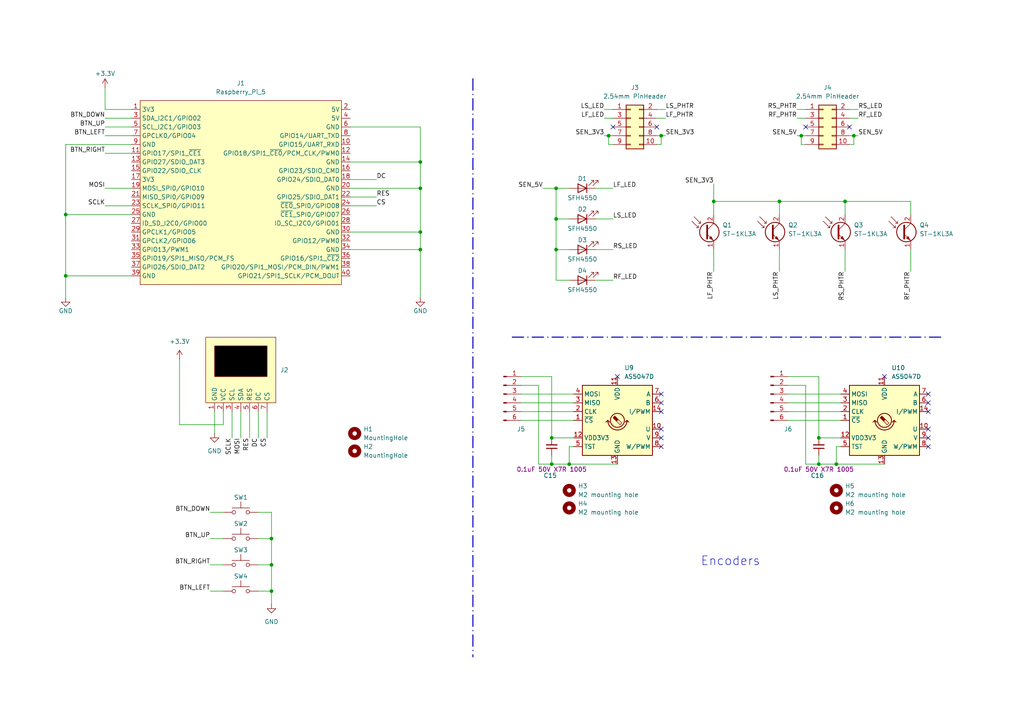
<source format=kicad_sch>
(kicad_sch (version 20250114) (generator "eeschema") (generator_version "9.0")
  (paper "A4")
  (lib_symbols
    (symbol "Connector:Conn_01x06_Male" (pin_names (offset 1.016) (hide yes))
      (property "Reference" "J" (at 0 7.62 0))
      (property "Value" "Conn_01x06_Male" (at 0 -10.16 0))
      (symbol "Conn_01x06_Male_1_1"
        (rectangle (start 0.8636 5.207) (end 0 4.953) (stroke (width 0.1524)) (fill (type outline)))
        (rectangle (start 0.8636 2.667) (end 0 2.413) (stroke (width 0.1524)) (fill (type outline)))
        (rectangle (start 0.8636 0.127) (end 0 -0.127) (stroke (width 0.1524)) (fill (type outline)))
        (rectangle (start 0.8636 -2.413) (end 0 -2.667) (stroke (width 0.1524)) (fill (type outline)))
        (rectangle (start 0.8636 -4.953) (end 0 -5.207) (stroke (width 0.1524)) (fill (type outline)))
        (rectangle (start 0.8636 -7.493) (end 0 -7.747) (stroke (width 0.1524)) (fill (type outline)))
        (polyline (pts (xy 1.27 5.08) (xy 0.8636 5.08)) (stroke (width 0.1524)))
        (polyline (pts (xy 1.27 2.54) (xy 0.8636 2.54)) (stroke (width 0.1524)))
        (polyline (pts (xy 1.27 0) (xy 0.8636 0)) (stroke (width 0.1524)))
        (polyline (pts (xy 1.27 -2.54) (xy 0.8636 -2.54)) (stroke (width 0.1524)))
        (polyline (pts (xy 1.27 -5.08) (xy 0.8636 -5.08)) (stroke (width 0.1524)))
        (polyline (pts (xy 1.27 -7.62) (xy 0.8636 -7.62)) (stroke (width 0.1524)))
        (pin passive line (at 5.08 5.08 180) (length 3.81) (name "Pin_1") (number "1"))
        (pin passive line (at 5.08 2.54 180) (length 3.81) (name "Pin_2") (number "2"))
        (pin passive line (at 5.08 0 180) (length 3.81) (name "Pin_3") (number "3"))
        (pin passive line (at 5.08 -2.54 180) (length 3.81) (name "Pin_4") (number "4"))
        (pin passive line (at 5.08 -5.08 180) (length 3.81) (name "Pin_5") (number "5"))
        (pin passive line (at 5.08 -7.62 180) (length 3.81) (name "Pin_6") (number "6"))
      )
    )
    (symbol "Connector_Generic:Conn_02x05_Odd_Even" (pin_names (offset 1.016) (hide yes))
      (property "Reference" "J" (at 1.27 7.62 0))
      (property "Value" "Conn_02x05_Odd_Even" (at 1.27 -7.62 0))
      (symbol "Conn_02x05_Odd_Even_1_1"
        (rectangle (start -1.27 6.35) (end 3.81 -6.35) (stroke (width 0.254)) (fill (type background)))
        (rectangle (start -1.27 5.207) (end 0 4.953) (stroke (width 0.1524)))
        (rectangle (start -1.27 2.667) (end 0 2.413) (stroke (width 0.1524)))
        (rectangle (start -1.27 0.127) (end 0 -0.127) (stroke (width 0.1524)))
        (rectangle (start -1.27 -2.413) (end 0 -2.667) (stroke (width 0.1524)))
        (rectangle (start -1.27 -4.953) (end 0 -5.207) (stroke (width 0.1524)))
        (rectangle (start 3.81 5.207) (end 2.54 4.953) (stroke (width 0.1524)))
        (rectangle (start 3.81 2.667) (end 2.54 2.413) (stroke (width 0.1524)))
        (rectangle (start 3.81 0.127) (end 2.54 -0.127) (stroke (width 0.1524)))
        (rectangle (start 3.81 -2.413) (end 2.54 -2.667) (stroke (width 0.1524)))
        (rectangle (start 3.81 -4.953) (end 2.54 -5.207) (stroke (width 0.1524)))
        (pin passive line (at -5.08 5.08 0) (length 3.81) (name "Pin_1") (number "1"))
        (pin passive line (at -5.08 2.54 0) (length 3.81) (name "Pin_3") (number "3"))
        (pin passive line (at -5.08 0 0) (length 3.81) (name "Pin_5") (number "5"))
        (pin passive line (at -5.08 -2.54 0) (length 3.81) (name "Pin_7") (number "7"))
        (pin passive line (at -5.08 -5.08 0) (length 3.81) (name "Pin_9") (number "9"))
        (pin passive line (at 7.62 5.08 180) (length 3.81) (name "Pin_2") (number "2"))
        (pin passive line (at 7.62 2.54 180) (length 3.81) (name "Pin_4") (number "4"))
        (pin passive line (at 7.62 0 180) (length 3.81) (name "Pin_6") (number "6"))
        (pin passive line (at 7.62 -2.54 180) (length 3.81) (name "Pin_8") (number "8"))
        (pin passive line (at 7.62 -5.08 180) (length 3.81) (name "Pin_10") (number "10"))
      )
    )
    (symbol "Device:C_Small" (pin_numbers (hide yes)) (pin_names (offset 0.254) (hide yes))
      (property "Reference" "C" (at 0.254 1.778 0))
      (property "Value" "C_Small" (at 0.254 -2.032 0))
      (symbol "C_Small_0_1"
        (polyline (pts (xy -1.524 0.508) (xy 1.524 0.508)) (stroke (width 0.3048)))
        (polyline (pts (xy -1.524 -0.508) (xy 1.524 -0.508)) (stroke (width 0.3302)))
      )
      (symbol "C_Small_1_1"
        (pin passive line (at 0 2.54 270) (length 2.032) (name "~") (number "1"))
        (pin passive line (at 0 -2.54 90) (length 2.032) (name "~") (number "2"))
      )
    )
    (symbol "Device:LED" (pin_numbers (hide yes)) (pin_names (offset 1.016) (hide yes))
      (property "Reference" "D" (at 0 2.54 0))
      (property "Value" "LED" (at 0 -2.54 0))
      (symbol "LED_0_1"
        (polyline (pts (xy -3.048 -0.762) (xy -4.572 -2.286) (xy -3.81 -2.286) (xy -4.572 -2.286) (xy -4.572 -1.524)))
        (polyline (pts (xy -1.778 -0.762) (xy -3.302 -2.286) (xy -2.54 -2.286) (xy -3.302 -2.286) (xy -3.302 -1.524)))
        (polyline (pts (xy -1.27 0) (xy 1.27 0)))
        (polyline (pts (xy -1.27 -1.27) (xy -1.27 1.27)) (stroke (width 0.254)))
        (polyline (pts (xy 1.27 -1.27) (xy 1.27 1.27) (xy -1.27 0) (xy 1.27 -1.27)) (stroke (width 0.254)))
      )
      (symbol "LED_1_1"
        (pin passive line (at -3.81 0 0) (length 2.54) (name "K") (number "1"))
        (pin passive line (at 3.81 0 180) (length 2.54) (name "A") (number "2"))
      )
    )
    (symbol "Device:Q_Photo_NPN_EC" (pin_names (offset 0) (hide yes))
      (property "Reference" "Q" (at 5.08 1.27 0))
      (property "Value" "Q_Photo_NPN_EC" (at 5.08 -1.27 0))
      (symbol "Q_Photo_NPN_EC_0_1"
        (polyline (pts (xy -3.81 3.175) (xy -1.905 1.27) (xy -1.905 1.905)))
        (polyline (pts (xy -3.175 4.445) (xy -1.27 2.54) (xy -1.27 3.175)))
        (polyline (pts (xy -1.905 1.27) (xy -2.54 1.27)))
        (polyline (pts (xy -1.27 2.54) (xy -1.905 2.54)))
        (polyline (pts (xy 0.635 1.905) (xy 0.635 -1.905) (xy 0.635 -1.905)) (stroke (width 0.508)))
        (polyline (pts (xy 0.635 0.635) (xy 2.54 2.54)))
        (polyline (pts (xy 0.635 -0.635) (xy 2.54 -2.54) (xy 2.54 -2.54)))
        (circle (center 1.27 0) (radius 2.8194) (stroke (width 0.254)))
        (polyline (pts (xy 1.27 -1.778) (xy 1.778 -1.27) (xy 2.286 -2.286) (xy 1.27 -1.778) (xy 1.27 -1.778)) (fill (type outline)))
      )
      (symbol "Q_Photo_NPN_EC_1_1"
        (pin passive line (at 2.54 5.08 270) (length 2.54) (name "C") (number "2"))
        (pin passive line (at 2.54 -5.08 90) (length 2.54) (name "E") (number "1"))
      )
    )
    (symbol "Mechanical:MountingHole" (pin_names (offset 1.016)) (in_bom no)
      (property "Reference" "H" (at 0 5.08 0))
      (property "Value" "MountingHole" (at 0 3.175 0))
      (symbol "MountingHole_0_1"
        (circle (center 0 0) (radius 1.27) (stroke (width 1.27)))
      )
    )
    (symbol "Sensor_Magnetic:AS5047D"
      (property "Reference" "U" (at -8.89 11.43 0))
      (property "Value" "AS5047D" (at 5.08 11.43 0))
      (symbol "AS5047D_1_1"
        (rectangle (start -10.16 10.16) (end 10.16 -10.16) (stroke (width 0.254)) (fill (type background)))
        (polyline (pts (xy -2.794 0) (xy -3.302 -0.508)) (stroke (width 0.254)))
        (polyline (pts (xy -2.794 0) (xy -2.286 -0.508)) (stroke (width 0.254)))
        (polyline (pts (xy -0.762 1.27) (xy 0.254 0.254) (xy -0.254 -0.254) (xy -1.27 0.762) (xy -1.016 1.016) (xy -0.762 1.27) (xy -0.635 1.143)) (fill (type outline)))
        (arc (start 2.794 0) (mid 0 -2.7819) (end -2.794 0) (stroke (width 0.254)))
        (circle (center 0 0) (radius 2.032) (stroke (width 0.254)))
        (polyline (pts (xy 0.254 0.254) (xy 1.27 -0.762) (xy 0.762 -1.27) (xy -0.254 -0.254)))
        (polyline (pts (xy 2.794 0) (xy 2.286 -0.508)) (stroke (width 0.254)))
        (polyline (pts (xy 2.794 0) (xy 3.302 -0.508)) (stroke (width 0.254)))
        (pin input line (at -12.7 7.62 0) (length 2.54) (name "MOSI") (number "4"))
        (pin output line (at -12.7 5.08 0) (length 2.54) (name "MISO") (number "3"))
        (pin input line (at -12.7 2.54 0) (length 2.54) (name "CLK") (number "2"))
        (pin input line (at -12.7 0 0) (length 2.54) (name "~{CS}") (number "1"))
        (pin power_out line (at -12.7 -5.08 0) (length 2.54) (name "VDD3V3") (number "12"))
        (pin input line (at -12.7 -7.62 0) (length 2.54) (name "TST") (number "5"))
        (pin power_in line (at 0 12.7 270) (length 2.54) (name "VDD") (number "11"))
        (pin power_in line (at 0 -12.7 90) (length 2.54) (name "GND") (number "13"))
        (pin output line (at 12.7 7.62 180) (length 2.54) (name "A") (number "7"))
        (pin output line (at 12.7 5.08 180) (length 2.54) (name "B") (number "6"))
        (pin output line (at 12.7 2.54 180) (length 2.54) (name "I/PWM") (number "14"))
        (pin output line (at 12.7 -2.54 180) (length 2.54) (name "U") (number "10"))
        (pin output line (at 12.7 -5.08 180) (length 2.54) (name "V") (number "9"))
        (pin output line (at 12.7 -7.62 180) (length 2.54) (name "W/PWM") (number "8"))
      )
    )
    (symbol "Switch:SW_Push" (pin_numbers (hide yes)) (pin_names (offset 1.016) (hide yes))
      (property "Reference" "SW" (at 1.27 2.54 0))
      (property "Value" "SW_Push" (at 0 -1.524 0))
      (symbol "SW_Push_0_1"
        (circle (center -2.032 0) (radius 0.508))
        (polyline (pts (xy 0 1.27) (xy 0 3.048)))
        (circle (center 2.032 0) (radius 0.508))
        (polyline (pts (xy 2.54 1.27) (xy -2.54 1.27)))
        (pin passive line (at -5.08 0 0) (length 2.54) (name "1") (number "1"))
        (pin passive line (at 5.08 0 180) (length 2.54) (name "2") (number "2"))
      )
    )
    (symbol "micromouse-twilight:Raspberry_Pi_5"
      (property "Reference" "J" (at 0 -30.48 0))
      (property "Value" "Raspberry_Pi_5" (at -6.35 -27.432 0))
      (symbol "Raspberry_Pi_5_1_1"
        (rectangle (start -29.21 26.67) (end 29.21 -26.67) (fill (type background)))
        (pin power_out line (at -31.75 24.13 0) (length 2.54) (name "3V3") (number "1"))
        (pin bidirectional line (at -31.75 21.59 0) (length 2.54) (name "SDA_I2C1/GPIO02") (number "3"))
        (pin bidirectional line (at -31.75 19.05 0) (length 2.54) (name "SCL_I2C1/GPIO03") (number "5"))
        (pin bidirectional line (at -31.75 16.51 0) (length 2.54) (name "GPCLK0/GPIO04") (number "7"))
        (pin power_out line (at -31.75 13.97 0) (length 2.54) (name "GND") (number "9"))
        (pin bidirectional line (at -31.75 11.43 0) (length 2.54) (name "GPIO17/SPI1_~{CE1}") (number "11"))
        (pin bidirectional line (at -31.75 8.89 0) (length 2.54) (name "GPIO27/SDIO_DAT3") (number "13"))
        (pin bidirectional line (at -31.75 6.35 0) (length 2.54) (name "GPIO22/SDIO_CLK") (number "15"))
        (pin power_out line (at -31.75 3.81 0) (length 2.54) (name "3V3") (number "17"))
        (pin bidirectional line (at -31.75 1.27 0) (length 2.54) (name "MOSI_SPI0/GPIO10") (number "19"))
        (pin bidirectional line (at -31.75 -1.27 0) (length 2.54) (name "MISO_SPI0/GPIO09") (number "21"))
        (pin bidirectional line (at -31.75 -3.81 0) (length 2.54) (name "SCLK_SPI0/GPIO11") (number "23"))
        (pin power_out line (at -31.75 -6.35 0) (length 2.54) (name "GND") (number "25"))
        (pin bidirectional line (at -31.75 -8.89 0) (length 2.54) (name "ID_SD_I2C0/GPIO00") (number "27"))
        (pin bidirectional line (at -31.75 -11.43 0) (length 2.54) (name "GPCLK1/GPIO05") (number "29"))
        (pin bidirectional line (at -31.75 -13.97 0) (length 2.54) (name "GPCLK2/GPIO06") (number "31"))
        (pin bidirectional line (at -31.75 -16.51 0) (length 2.54) (name "GPIO13/PWM1") (number "33"))
        (pin bidirectional line (at -31.75 -19.05 0) (length 2.54) (name "GPIO19/SPI1_MISO/PCM_FS") (number "35"))
        (pin bidirectional line (at -31.75 -21.59 0) (length 2.54) (name "GPIO26/SDIO_DAT2") (number "37"))
        (pin power_out line (at -31.75 -24.13 0) (length 2.54) (name "GND") (number "39"))
        (pin power_out line (at 31.75 24.13 180) (length 2.54) (name "5V") (number "2"))
        (pin power_out line (at 31.75 21.59 180) (length 2.54) (name "5V") (number "4"))
        (pin power_out line (at 31.75 19.05 180) (length 2.54) (name "GND") (number "6"))
        (pin bidirectional line (at 31.75 16.51 180) (length 2.54) (name "GPIO14/UART_TXD") (number "8"))
        (pin bidirectional line (at 31.75 13.97 180) (length 2.54) (name "GPIO15/UART_RXD") (number "10"))
        (pin bidirectional line (at 31.75 11.43 180) (length 2.54) (name "GPIO18/SPI1_~{CE0}/PCM_CLK/PWM0") (number "12"))
        (pin power_out line (at 31.75 8.89 180) (length 2.54) (name "GND") (number "14"))
        (pin bidirectional line (at 31.75 6.35 180) (length 2.54) (name "GPIO23/SDIO_CMD") (number "16"))
        (pin bidirectional line (at 31.75 3.81 180) (length 2.54) (name "GPIO24/SDIO_DAT0") (number "18"))
        (pin power_out line (at 31.75 1.27 180) (length 2.54) (name "GND") (number "20"))
        (pin bidirectional line (at 31.75 -1.27 180) (length 2.54) (name "GPIO25/SDIO_DAT1") (number "22"))
        (pin bidirectional line (at 31.75 -3.81 180) (length 2.54) (name "~{CE0}_SPI0/GPIO08") (number "24"))
        (pin bidirectional line (at 31.75 -6.35 180) (length 2.54) (name "~{CE1}_SPI0/GPIO07") (number "26"))
        (pin bidirectional line (at 31.75 -8.89 180) (length 2.54) (name "ID_SC_I2C0/GPIO01") (number "28"))
        (pin power_out line (at 31.75 -11.43 180) (length 2.54) (name "GND") (number "30"))
        (pin bidirectional line (at 31.75 -13.97 180) (length 2.54) (name "GPIO12/PWM0") (number "32"))
        (pin power_in line (at 31.75 -16.51 180) (length 2.54) (name "GND") (number "34"))
        (pin bidirectional line (at 31.75 -19.05 180) (length 2.54) (name "GPIO16/SPI1_~{CE2}") (number "36"))
        (pin bidirectional line (at 31.75 -21.59 180) (length 2.54) (name "GPIO20/SPI1_MOSI/PCM_DIN/PWM1") (number "38"))
        (pin bidirectional line (at 31.75 -24.13 180) (length 2.54) (name "GPIO21/SPI1_SCLK/PCM_DOUT") (number "40"))
      )
    )
    (symbol "micromouse-twilight:SSD1331_OLED_module"
      (property "Reference" "J" (at 0 11.938 0))
      (symbol "SSD1331_OLED_module_1_1"
        (rectangle (start -10.16 10.16) (end 10.16 -8.89) (fill (type background)))
        (rectangle (start -7.62 7.62) (end 7.62 -1.27) (fill (type color) (color 0 0 0 1)))
        (pin power_in line (at -7.62 -11.43 90) (length 2.54) (name "GND") (number "1"))
        (pin power_in line (at -5.08 -11.43 90) (length 2.54) (name "VCC") (number "2"))
        (pin input line (at -2.54 -11.43 90) (length 2.54) (name "SCL") (number "3"))
        (pin input line (at 0 -11.43 90) (length 2.54) (name "SDA") (number "4"))
        (pin input line (at 2.54 -11.43 90) (length 2.54) (name "RES") (number "5"))
        (pin input line (at 5.08 -11.43 90) (length 2.54) (name "DC") (number "6"))
        (pin input line (at 7.62 -11.43 90) (length 2.54) (name "CS") (number "7"))
      )
    )
    (symbol "power:+3.3V" (power) (pin_numbers (hide yes)) (pin_names (offset 0) (hide yes))
      (property "Value" "+3.3V" (at 0 3.556 0))
      (symbol "+3.3V_0_1"
        (polyline (pts (xy -0.762 1.27) (xy 0 2.54)))
        (polyline (pts (xy 0 2.54) (xy 0.762 1.27)))
        (polyline (pts (xy 0 0) (xy 0 2.54)))
      )
      (symbol "+3.3V_1_1"
        (pin power_in line (at 0 0 90) (length 0) (name "~") (number "1"))
      )
    )
    (symbol "power:GND" (power) (pin_numbers (hide yes)) (pin_names (offset 0) (hide yes))
      (property "Value" "GND" (at 0 -3.81 0))
      (symbol "GND_0_1"
        (polyline (pts (xy 0 0) (xy 0 -1.27) (xy 1.27 -1.27) (xy 0 -2.54) (xy -1.27 -1.27) (xy 0 -1.27)))
      )
      (symbol "GND_1_1"
        (pin power_in line (at 0 0 270) (length 0) (name "~") (number "1"))
      )
    )
  )
  (text "Encoders" (at 203.2 164.338 0) (effects (font (size 2.54 2.54)) (justify left bottom)))
  (junction (at 207.01 58.42))
  (junction (at 121.92 46.99))
  (junction (at 78.74 171.45))
  (junction (at 191.77 39.37))
  (junction (at 237.49 134.62))
  (junction (at 232.41 39.37))
  (junction (at 245.11 58.42))
  (junction (at 161.29 54.61))
  (junction (at 242.57 134.62))
  (junction (at 160.02 134.62))
  (junction (at 247.65 39.37))
  (junction (at 237.49 127))
  (junction (at 161.29 63.5))
  (junction (at 176.53 39.37))
  (junction (at 78.74 163.83))
  (junction (at 160.02 127))
  (junction (at 161.29 72.39))
  (junction (at 165.1 134.62))
  (junction (at 19.05 80.01))
  (junction (at 121.92 72.39))
  (junction (at 226.06 58.42))
  (junction (at 121.92 54.61))
  (junction (at 19.05 62.23))
  (junction (at 78.74 156.21))
  (junction (at 121.92 67.31))
  (no_connect (at 269.24 119.38))
  (no_connect (at 269.24 124.46))
  (no_connect (at 233.68 36.83))
  (no_connect (at 191.77 114.3))
  (no_connect (at 269.24 114.3))
  (no_connect (at 191.77 116.84))
  (no_connect (at 177.8 36.83))
  (no_connect (at 269.24 127))
  (no_connect (at 190.5 36.83))
  (no_connect (at 269.24 129.54))
  (no_connect (at 191.77 127))
  (no_connect (at 191.77 124.46))
  (no_connect (at 246.38 36.83))
  (no_connect (at 269.24 116.84))
  (no_connect (at 179.07 109.22))
  (no_connect (at 191.77 129.54))
  (no_connect (at 256.54 109.22))
  (no_connect (at 191.77 119.38))
  (wire (pts (xy 191.77 39.37) (xy 193.04 39.37)))
  (wire (pts (xy 161.29 54.61) (xy 161.29 63.5)))
  (wire (pts (xy 156.21 111.76) (xy 156.21 134.62)))
  (wire (pts (xy 74.93 163.83) (xy 78.74 163.83)))
  (wire (pts (xy 77.47 119.38) (xy 77.47 127)))
  (wire (pts (xy 30.48 34.29) (xy 38.1 34.29)))
  (wire (pts (xy 177.8 31.75) (xy 175.26 31.75)))
  (wire (pts (xy 247.65 41.91) (xy 246.38 41.91)))
  (wire (pts (xy 78.74 171.45) (xy 78.74 175.26)))
  (wire (pts (xy 165.1 134.62) (xy 179.07 134.62)))
  (wire (pts (xy 207.01 78.74) (xy 207.01 72.39)))
  (wire (pts (xy 67.31 119.38) (xy 67.31 127)))
  (wire (pts (xy 52.07 104.14) (xy 52.07 123.19)))
  (wire (pts (xy 161.29 54.61) (xy 165.1 54.61)))
  (wire (pts (xy 38.1 44.45) (xy 30.48 44.45)))
  (wire (pts (xy 78.74 148.59) (xy 78.74 156.21)))
  (wire (pts (xy 233.68 31.75) (xy 231.14 31.75)))
  (wire (pts (xy 237.49 132.08) (xy 237.49 134.62)))
  (wire (pts (xy 226.06 58.42) (xy 226.06 62.23)))
  (wire (pts (xy 232.41 41.91) (xy 233.68 41.91)))
  (wire (pts (xy 233.68 134.62) (xy 237.49 134.62)))
  (wire (pts (xy 157.48 54.61) (xy 161.29 54.61)))
  (wire (pts (xy 247.65 39.37) (xy 248.92 39.37)))
  (wire (pts (xy 228.6 116.84) (xy 243.84 116.84)))
  (wire (pts (xy 38.1 41.91) (xy 19.05 41.91)))
  (wire (pts (xy 233.68 34.29) (xy 231.14 34.29)))
  (polyline (pts (xy 148.59 97.79) (xy 273.05 97.79)) (stroke (width 0.3) (type dash_dot)))
  (wire (pts (xy 101.6 67.31) (xy 121.92 67.31)))
  (wire (pts (xy 226.06 58.42) (xy 245.11 58.42)))
  (wire (pts (xy 121.92 86.36) (xy 121.92 72.39)))
  (polyline (pts (xy 137.16 22.86) (xy 137.16 190.5)) (stroke (width 0.3) (type dash_dot)))
  (wire (pts (xy 30.48 59.69) (xy 38.1 59.69)))
  (wire (pts (xy 160.02 134.62) (xy 165.1 134.62)))
  (wire (pts (xy 245.11 58.42) (xy 245.11 62.23)))
  (wire (pts (xy 151.13 121.92) (xy 166.37 121.92)))
  (wire (pts (xy 233.68 39.37) (xy 232.41 39.37)))
  (wire (pts (xy 232.41 39.37) (xy 232.41 41.91)))
  (wire (pts (xy 30.48 54.61) (xy 38.1 54.61)))
  (wire (pts (xy 242.57 134.62) (xy 256.54 134.62)))
  (wire (pts (xy 176.53 39.37) (xy 177.8 39.37)))
  (wire (pts (xy 151.13 119.38) (xy 166.37 119.38)))
  (wire (pts (xy 207.01 53.34) (xy 207.01 58.42)))
  (wire (pts (xy 193.04 31.75) (xy 190.5 31.75)))
  (wire (pts (xy 101.6 36.83) (xy 121.92 36.83)))
  (wire (pts (xy 60.96 163.83) (xy 64.77 163.83)))
  (wire (pts (xy 237.49 127) (xy 243.84 127)))
  (wire (pts (xy 191.77 39.37) (xy 191.77 41.91)))
  (wire (pts (xy 19.05 62.23) (xy 38.1 62.23)))
  (wire (pts (xy 160.02 109.22) (xy 160.02 127)))
  (wire (pts (xy 245.11 78.74) (xy 245.11 72.39)))
  (wire (pts (xy 161.29 63.5) (xy 161.29 72.39)))
  (wire (pts (xy 246.38 39.37) (xy 247.65 39.37)))
  (wire (pts (xy 175.26 39.37) (xy 176.53 39.37)))
  (wire (pts (xy 161.29 72.39) (xy 161.29 81.28)))
  (wire (pts (xy 101.6 54.61) (xy 121.92 54.61)))
  (wire (pts (xy 172.72 63.5) (xy 177.8 63.5)))
  (wire (pts (xy 121.92 67.31) (xy 121.92 54.61)))
  (wire (pts (xy 30.48 36.83) (xy 38.1 36.83)))
  (wire (pts (xy 248.92 34.29) (xy 246.38 34.29)))
  (wire (pts (xy 74.93 119.38) (xy 74.93 127)))
  (wire (pts (xy 247.65 39.37) (xy 247.65 41.91)))
  (wire (pts (xy 172.72 72.39) (xy 177.8 72.39)))
  (wire (pts (xy 237.49 109.22) (xy 237.49 127)))
  (wire (pts (xy 19.05 41.91) (xy 19.05 62.23)))
  (wire (pts (xy 233.68 111.76) (xy 233.68 134.62)))
  (wire (pts (xy 165.1 129.54) (xy 165.1 134.62)))
  (wire (pts (xy 166.37 129.54) (xy 165.1 129.54)))
  (wire (pts (xy 151.13 114.3) (xy 166.37 114.3)))
  (wire (pts (xy 176.53 39.37) (xy 176.53 41.91)))
  (wire (pts (xy 62.23 119.38) (xy 62.23 125.73)))
  (wire (pts (xy 19.05 80.01) (xy 19.05 86.36)))
  (wire (pts (xy 248.92 31.75) (xy 246.38 31.75)))
  (wire (pts (xy 72.39 119.38) (xy 72.39 127)))
  (wire (pts (xy 233.68 111.76) (xy 228.6 111.76)))
  (wire (pts (xy 193.04 34.29) (xy 190.5 34.29)))
  (wire (pts (xy 151.13 111.76) (xy 156.21 111.76)))
  (wire (pts (xy 60.96 171.45) (xy 64.77 171.45)))
  (wire (pts (xy 78.74 163.83) (xy 78.74 171.45)))
  (wire (pts (xy 121.92 54.61) (xy 121.92 46.99)))
  (wire (pts (xy 161.29 81.28) (xy 165.1 81.28)))
  (wire (pts (xy 78.74 156.21) (xy 78.74 163.83)))
  (wire (pts (xy 60.96 156.21) (xy 64.77 156.21)))
  (wire (pts (xy 74.93 156.21) (xy 78.74 156.21)))
  (wire (pts (xy 160.02 132.08) (xy 160.02 134.62)))
  (wire (pts (xy 172.72 81.28) (xy 177.8 81.28)))
  (wire (pts (xy 228.6 119.38) (xy 243.84 119.38)))
  (wire (pts (xy 228.6 121.92) (xy 243.84 121.92)))
  (wire (pts (xy 156.21 134.62) (xy 160.02 134.62)))
  (wire (pts (xy 172.72 54.61) (xy 177.8 54.61)))
  (wire (pts (xy 207.01 58.42) (xy 226.06 58.42)))
  (wire (pts (xy 161.29 63.5) (xy 165.1 63.5)))
  (wire (pts (xy 19.05 62.23) (xy 19.05 80.01)))
  (wire (pts (xy 19.05 80.01) (xy 38.1 80.01)))
  (wire (pts (xy 228.6 114.3) (xy 243.84 114.3)))
  (wire (pts (xy 228.6 109.22) (xy 237.49 109.22)))
  (wire (pts (xy 264.16 78.74) (xy 264.16 72.39)))
  (wire (pts (xy 74.93 171.45) (xy 78.74 171.45)))
  (wire (pts (xy 160.02 127) (xy 166.37 127)))
  (wire (pts (xy 245.11 58.42) (xy 264.16 58.42)))
  (wire (pts (xy 38.1 31.75) (xy 30.48 31.75)))
  (wire (pts (xy 101.6 72.39) (xy 121.92 72.39)))
  (wire (pts (xy 176.53 41.91) (xy 177.8 41.91)))
  (wire (pts (xy 74.93 148.59) (xy 78.74 148.59)))
  (wire (pts (xy 60.96 148.59) (xy 64.77 148.59)))
  (wire (pts (xy 121.92 72.39) (xy 121.92 67.31)))
  (wire (pts (xy 190.5 39.37) (xy 191.77 39.37)))
  (wire (pts (xy 64.77 123.19) (xy 64.77 119.38)))
  (wire (pts (xy 207.01 58.42) (xy 207.01 62.23)))
  (wire (pts (xy 165.1 72.39) (xy 161.29 72.39)))
  (wire (pts (xy 243.84 129.54) (xy 242.57 129.54)))
  (wire (pts (xy 121.92 46.99) (xy 121.92 36.83)))
  (wire (pts (xy 30.48 25.4) (xy 30.48 31.75)))
  (wire (pts (xy 101.6 59.69) (xy 109.22 59.69)))
  (wire (pts (xy 232.41 39.37) (xy 231.14 39.37)))
  (wire (pts (xy 151.13 109.22) (xy 160.02 109.22)))
  (wire (pts (xy 191.77 41.91) (xy 190.5 41.91)))
  (wire (pts (xy 237.49 134.62) (xy 242.57 134.62)))
  (wire (pts (xy 226.06 78.74) (xy 226.06 72.39)))
  (wire (pts (xy 101.6 57.15) (xy 109.22 57.15)))
  (wire (pts (xy 101.6 52.07) (xy 109.22 52.07)))
  (wire (pts (xy 242.57 129.54) (xy 242.57 134.62)))
  (wire (pts (xy 69.85 119.38) (xy 69.85 127)))
  (wire (pts (xy 177.8 34.29) (xy 175.26 34.29)))
  (wire (pts (xy 52.07 123.19) (xy 64.77 123.19)))
  (wire (pts (xy 101.6 46.99) (xy 121.92 46.99)))
  (wire (pts (xy 38.1 39.37) (xy 30.48 39.37)))
  (wire (pts (xy 151.13 116.84) (xy 166.37 116.84)))
  (wire (pts (xy 264.16 58.42) (xy 264.16 62.23)))
  (label "SEN_5V" (at 157.48 54.61 180))
  (label "RS_PHTR" (at 245.11 78.74 270))
  (label "LF_PHTR" (at 193.04 34.29 0))
  (label "LF_LED" (at 175.26 34.29 180))
  (label "SEN_3V3" (at 175.26 39.37 180))
  (label "RF_PHTR" (at 264.16 78.74 270))
  (label "RS_PHTR" (at 231.14 31.75 180))
  (label "SEN_5V" (at 231.14 39.37 180))
  (label "LS_LED" (at 175.26 31.75 180))
  (label "CS" (at 77.47 127 270))
  (label "SEN_5V" (at 248.92 39.37 0))
  (label "BTN_LEFT" (at 30.48 39.37 180))
  (label "RS_LED" (at 177.8 72.39 0))
  (label "SCLK" (at 30.48 59.69 180))
  (label "DC" (at 109.22 52.07 0))
  (label "RF_LED" (at 248.92 34.29 0))
  (label "BTN_RIGHT" (at 60.96 163.83 180))
  (label "RES" (at 72.39 127 270))
  (label "BTN_UP" (at 30.48 36.83 180))
  (label "BTN_DOWN" (at 30.48 34.29 180))
  (label "BTN_DOWN" (at 60.96 148.59 180))
  (label "LF_PHTR" (at 207.01 78.74 270))
  (label "BTN_RIGHT" (at 30.48 44.45 180))
  (label "CS" (at 109.22 59.69 0))
  (label "LS_PHTR" (at 226.06 78.74 270))
  (label "LS_PHTR" (at 193.04 31.75 0))
  (label "BTN_UP" (at 60.96 156.21 180))
  (label "SCLK" (at 67.31 127 270))
  (label "LS_LED" (at 177.8 63.5 0))
  (label "RES" (at 109.22 57.15 0))
  (label "MOSI" (at 30.48 54.61 180))
  (label "RF_PHTR" (at 231.14 34.29 180))
  (label "LF_LED" (at 177.8 54.61 0))
  (label "DC" (at 74.93 127 270))
  (label "BTN_LEFT" (at 60.96 171.45 180))
  (label "SEN_3V3" (at 193.04 39.37 0))
  (label "RF_LED" (at 177.8 81.28 0))
  (label "SEN_3V3" (at 207.01 53.34 180))
  (label "MOSI" (at 69.85 127 270))
  (label "RS_LED" (at 248.92 31.75 0))
  (symbol (lib_id "Device:LED") (at 168.91 81.28 180) (unit 1)
    (property "Reference" "D4" (at 168.91 78.486 0))
    (property "Value" "SFH4550" (at 168.91 84.074 0))
    (property "Footprint" "Library:SFH4550_Mirror" (effects (hide yes)))
    (property "Description" "Light emitting diode" (effects (hide yes)))
    (property "Sim.Pins" "1=K 2=A" (effects (hide yes)))
  )
  (symbol (lib_id "Device:Q_Photo_NPN_EC") (at 204.47 67.31 0) (unit 1)
    (property "Reference" "Q1" (at 209.55 65.2906 0) (effects (justify left)))
    (property "Value" "ST-1KL3A" (at 209.55 67.8306 0) (effects (justify left)))
    (property "Footprint" "Library:ST-1KL3A" (effects (hide yes)))
    (property "Description" "NPN phototransistor, emitter/collector" (effects (hide yes)))
  )
  (symbol (lib_id "Sensor_Magnetic:AS5047D") (at 179.07 121.92 0) (unit 1)
    (property "Reference" "U9" (at 181.0894 106.68 0) (effects (justify left)))
    (property "Value" "AS5047D" (at 181.0894 109.22 0) (effects (justify left)))
    (property "Footprint" "Package_SO:TSSOP-14_4.4x5mm_P0.65mm" (effects (hide yes)))
    (property "Datasheet" "https://ams.com/documents/20143/36005/AS5047D_DS000394_2-00.pdf" (effects (hide yes)))
  )
  (symbol (lib_id "Connector:Conn_01x06_Male") (at 146.05 114.3 0) (unit 1)
    (property "Reference" "J5" (at 151.13 124.46 0))
    (property "Value" "EncSide" (effects (hide yes)))
    (property "Footprint" "Library:EncoderPad" (effects (hide yes)))
  )
  (symbol (lib_id "Mechanical:MountingHole") (at 102.87 130.81 0) (unit 1) (in_bom no)
    (property "Reference" "H2" (at 105.41 129.5399 0) (effects (justify left)))
    (property "Value" "MountingHole" (at 105.41 132.0799 0) (effects (justify left)))
    (property "Footprint" "Library:M2.6 Mounting Hole" (effects (hide yes)))
    (property "Description" "Mounting Hole without connection" (effects (hide yes)))
  )
  (symbol (lib_id "Connector_Generic:Conn_02x05_Odd_Even") (at 182.88 36.83 0) (unit 1)
    (property "Reference" "J3" (at 184.15 25.4 0))
    (property "Value" "2.54mm PinHeader" (at 184.15 27.94 0))
    (property "Footprint" "Connector_PinHeader_2.54mm:PinHeader_2x05_P2.54mm_Vertical" (effects (hide yes)))
    (property "Description" "Generic connector, double row, 02x05, odd/even pin numbering scheme (row 1 odd numbers, row 2 even numbers), script generated (kicad-library-utils/schlib/autogen/connector/)" (effects (hide yes)))
  )
  (symbol (lib_id "power:GND") (at 62.23 125.73 0) (unit 1)
    (property "Reference" "#PWR03" (effects (hide yes)))
    (property "Value" "GND" (at 62.23 130.81 0))
    (property "Description" "Power symbol creates a global label with name \"GND\" , ground" (effects (hide yes)))
  )
  (symbol (lib_id "micromouse-twilight:SSD1331_OLED_module") (at 69.85 107.95 0) (unit 1)
    (property "Reference" "J2" (at 81.28 107.3149 0) (effects (justify left)))
    (property "Footprint" "Connector_PinSocket_2.54mm:PinSocket_1x07_P2.54mm_Vertical" (effects (hide yes)))
  )
  (symbol (lib_id "Switch:SW_Push") (at 69.85 163.83 0) (unit 1)
    (property "Reference" "SW3" (at 69.85 159.512 0))
    (property "Value" "TVBP06-B043CB-B" (effects (hide yes)))
    (property "Footprint" "Button_Switch_THT:SW_PUSH_1P1T_6x3.5mm_H4.3_APEM_MJTP1243" (effects (hide yes)))
    (property "Description" "Push button switch, generic, two pins" (effects (hide yes)))
  )
  (symbol (lib_id "Mechanical:MountingHole") (at 242.57 142.24 0) (unit 1) (in_bom no)
    (property "Reference" "H5" (at 245.11 140.9699 0) (effects (justify left)))
    (property "Value" "M2 mounting hole" (at 245.11 143.5099 0) (effects (justify left)))
    (property "Footprint" "MountingHole:MountingHole_2.2mm_M2" (effects (hide yes)))
    (property "Description" "Mounting Hole without connection" (effects (hide yes)))
  )
  (symbol (lib_id "power:+3.3V") (at 52.07 104.14 0) (unit 1)
    (property "Reference" "#PWR04" (effects (hide yes)))
    (property "Value" "+3.3V" (at 52.07 99.06 0))
    (property "Description" "Power symbol creates a global label with name \"+3.3V\"" (effects (hide yes)))
  )
  (symbol (lib_id "Switch:SW_Push") (at 69.85 148.59 0) (unit 1)
    (property "Reference" "SW1" (at 69.85 144.272 0))
    (property "Value" "TVBP06-B043CB-B" (effects (hide yes)))
    (property "Footprint" "Button_Switch_THT:SW_PUSH_1P1T_6x3.5mm_H4.3_APEM_MJTP1243" (effects (hide yes)))
    (property "Description" "Push button switch, generic, two pins" (effects (hide yes)))
  )
  (symbol (lib_id "Device:LED") (at 168.91 72.39 180) (unit 1)
    (property "Reference" "D3" (at 168.91 69.596 0))
    (property "Value" "SFH4550" (at 168.91 75.184 0))
    (property "Footprint" "Library:SFH4550_Mirror" (effects (hide yes)))
    (property "Description" "Light emitting diode" (effects (hide yes)))
    (property "Sim.Pins" "1=K 2=A" (effects (hide yes)))
  )
  (symbol (lib_id "Connector_Generic:Conn_02x05_Odd_Even") (at 238.76 36.83 0) (unit 1)
    (property "Reference" "J4" (at 240.03 25.4 0))
    (property "Value" "2.54mm PinHeader" (at 240.03 27.94 0))
    (property "Footprint" "Connector_PinHeader_2.54mm:PinHeader_2x05_P2.54mm_Vertical" (effects (hide yes)))
    (property "Description" "Generic connector, double row, 02x05, odd/even pin numbering scheme (row 1 odd numbers, row 2 even numbers), script generated (kicad-library-utils/schlib/autogen/connector/)" (effects (hide yes)))
  )
  (symbol (lib_id "Switch:SW_Push") (at 69.85 156.21 0) (unit 1)
    (property "Reference" "SW2" (at 69.85 151.892 0))
    (property "Value" "TVBP06-B043CB-B" (effects (hide yes)))
    (property "Footprint" "Button_Switch_THT:SW_PUSH_1P1T_6x3.5mm_H4.3_APEM_MJTP1243" (effects (hide yes)))
    (property "Description" "Push button switch, generic, two pins" (effects (hide yes)))
  )
  (symbol (lib_id "power:+3.3V") (at 30.48 25.4 0) (unit 1)
    (property "Reference" "#PWR01" (effects (hide yes)))
    (property "Value" "+3.3V" (at 30.48 21.336 0))
    (property "Description" "Power symbol creates a global label with name \"+3.3V\"" (effects (hide yes)))
  )
  (symbol (lib_id "Device:Q_Photo_NPN_EC") (at 223.52 67.31 0) (unit 1)
    (property "Reference" "Q2" (at 228.6 65.2906 0) (effects (justify left)))
    (property "Value" "ST-1KL3A" (at 228.6 67.8306 0) (effects (justify left)))
    (property "Footprint" "Library:ST-1KL3A" (effects (hide yes)))
    (property "Description" "NPN phototransistor, emitter/collector" (effects (hide yes)))
  )
  (symbol (lib_id "Switch:SW_Push") (at 69.85 171.45 0) (unit 1)
    (property "Reference" "SW4" (at 69.85 167.132 0))
    (property "Value" "TVBP06-B043CB-B" (effects (hide yes)))
    (property "Footprint" "Button_Switch_THT:SW_PUSH_1P1T_6x3.5mm_H4.3_APEM_MJTP1243" (effects (hide yes)))
    (property "Description" "Push button switch, generic, two pins" (effects (hide yes)))
  )
  (symbol (lib_id "power:GND") (at 78.74 175.26 0) (unit 1)
    (property "Reference" "#PWR05" (effects (hide yes)))
    (property "Value" "GND" (at 78.74 180.34 0))
    (property "Description" "Power symbol creates a global label with name \"GND\" , ground" (effects (hide yes)))
  )
  (symbol (lib_id "Mechanical:MountingHole") (at 102.87 125.73 0) (unit 1) (in_bom no)
    (property "Reference" "H1" (at 105.41 124.4599 0) (effects (justify left)))
    (property "Value" "MountingHole" (at 105.41 126.9999 0) (effects (justify left)))
    (property "Footprint" "Library:M2.6 Mounting Hole" (effects (hide yes)))
    (property "Description" "Mounting Hole without connection" (effects (hide yes)))
  )
  (symbol (lib_id "Device:Q_Photo_NPN_EC") (at 261.62 67.31 0) (unit 1)
    (property "Reference" "Q4" (at 266.7 65.2906 0) (effects (justify left)))
    (property "Value" "ST-1KL3A" (at 266.7 67.8306 0) (effects (justify left)))
    (property "Footprint" "Library:ST-1KL3A_Mirror" (effects (hide yes)))
    (property "Description" "NPN phototransistor, emitter/collector" (effects (hide yes)))
  )
  (symbol (lib_id "micromouse-twilight:Raspberry_Pi_5") (at 69.85 55.88 0) (unit 1)
    (property "Reference" "J1" (at 69.85 24.13 0))
    (property "Value" "Raspberry_Pi_5" (at 69.85 26.67 0))
    (property "Footprint" "Connector_PinSocket_2.54mm:PinSocket_2x20_P2.54mm_Vertical" (effects (hide yes)))
    (property "Datasheet" "https://datasheets.raspberrypi.com/rpi4/raspberry-pi-4-datasheet.pdf" (effects (hide yes)))
    (property "Description" "Raspberry Pi 4 Model B" (effects (hide yes)))
  )
  (symbol (lib_id "power:GND") (at 121.92 86.36 0) (unit 1)
    (property "Reference" "#PWR02" (effects (hide yes)))
    (property "Value" "GND" (at 121.92 90.17 0))
    (property "Description" "Power symbol creates a global label with name \"GND\" , ground" (effects (hide yes)))
  )
  (symbol (lib_id "Device:LED") (at 168.91 63.5 180) (unit 1)
    (property "Reference" "D2" (at 168.91 60.706 0))
    (property "Value" "SFH4550" (at 168.91 66.294 0))
    (property "Footprint" "Library:SFH4550" (effects (hide yes)))
    (property "Description" "Light emitting diode" (effects (hide yes)))
    (property "Sim.Pins" "1=K 2=A" (effects (hide yes)))
  )
  (symbol (lib_id "Device:Q_Photo_NPN_EC") (at 242.57 67.31 0) (unit 1)
    (property "Reference" "Q3" (at 247.65 65.2906 0) (effects (justify left)))
    (property "Value" "ST-1KL3A" (at 247.65 67.8306 0) (effects (justify left)))
    (property "Footprint" "Library:ST-1KL3A_Mirror" (effects (hide yes)))
    (property "Description" "NPN phototransistor, emitter/collector" (effects (hide yes)))
  )
  (symbol (lib_id "Device:LED") (at 168.91 54.61 180) (unit 1)
    (property "Reference" "D1" (at 168.91 51.816 0))
    (property "Value" "SFH4550" (at 168.91 57.404 0))
    (property "Footprint" "Library:SFH4550" (effects (hide yes)))
    (property "Description" "Light emitting diode" (effects (hide yes)))
    (property "Sim.Pins" "1=K 2=A" (effects (hide yes)))
  )
  (symbol (lib_id "Mechanical:MountingHole") (at 242.57 147.32 0) (unit 1) (in_bom no)
    (property "Reference" "H6" (at 245.11 146.0499 0) (effects (justify left)))
    (property "Value" "M2 mounting hole" (at 245.11 148.5899 0) (effects (justify left)))
    (property "Footprint" "MountingHole:MountingHole_2.2mm_M2" (effects (hide yes)))
    (property "Description" "Mounting Hole without connection" (effects (hide yes)))
  )
  (symbol (lib_id "power:GND") (at 19.05 86.36 0) (unit 1)
    (property "Reference" "#PWR06" (effects (hide yes)))
    (property "Value" "GND" (at 19.05 90.17 0))
    (property "Description" "Power symbol creates a global label with name \"GND\" , ground" (effects (hide yes)))
  )
  (symbol (lib_id "Mechanical:MountingHole") (at 165.1 147.32 0) (unit 1) (in_bom no)
    (property "Reference" "H4" (at 167.64 146.0499 0) (effects (justify left)))
    (property "Value" "M2 mounting hole" (at 167.64 148.5899 0) (effects (justify left)))
    (property "Footprint" "MountingHole:MountingHole_2.2mm_M2" (effects (hide yes)))
    (property "Description" "Mounting Hole without connection" (effects (hide yes)))
  )
  (symbol (lib_id "Sensor_Magnetic:AS5047D") (at 256.54 121.92 0) (unit 1)
    (property "Reference" "U10" (at 258.5594 106.68 0) (effects (justify left)))
    (property "Value" "AS5047D" (at 258.5594 109.22 0) (effects (justify left)))
    (property "Footprint" "Package_SO:TSSOP-14_4.4x5mm_P0.65mm" (effects (hide yes)))
    (property "Datasheet" "https://ams.com/documents/20143/36005/AS5047D_DS000394_2-00.pdf" (effects (hide yes)))
  )
  (symbol (lib_id "Connector:Conn_01x06_Male") (at 223.52 114.3 0) (unit 1)
    (property "Reference" "J6" (at 228.6 124.46 0))
    (property "Value" "EncSide" (effects (hide yes)))
    (property "Footprint" "Library:EncoderPad" (effects (hide yes)))
  )
  (symbol (lib_id "Device:C_Small") (at 237.49 129.54 0) (mirror x) (unit 1)
    (property "Reference" "C16" (at 239.014 137.922 0) (effects (justify right)))
    (property "Value" "CL05B104KO5NNNC" (effects (hide yes)))
    (property "Footprint" "Capacitor_SMD:C_0402_1005Metric" (effects (hide yes)))
    (property "Description" "0.1uF 50V X7R 1005" (at 237.49 136.144 0))
  )
  (symbol (lib_id "Device:C_Small") (at 160.02 129.54 0) (mirror x) (unit 1)
    (property "Reference" "C15" (at 161.544 137.922 0) (effects (justify right)))
    (property "Value" "CC0603KRX7R9BB104" (effects (hide yes)))
    (property "Footprint" "Capacitor_SMD:C_0402_1005Metric" (effects (hide yes)))
    (property "Description" "0.1uF 50V X7R 1005" (at 160.02 136.144 0))
  )
  (symbol (lib_id "Mechanical:MountingHole") (at 165.1 142.24 0) (unit 1) (in_bom no)
    (property "Reference" "H3" (at 167.64 140.9699 0) (effects (justify left)))
    (property "Value" "M2 mounting hole" (at 167.64 143.5099 0) (effects (justify left)))
    (property "Footprint" "MountingHole:MountingHole_2.2mm_M2" (effects (hide yes)))
    (property "Description" "Mounting Hole without connection" (effects (hide yes)))
  )
)
</source>
